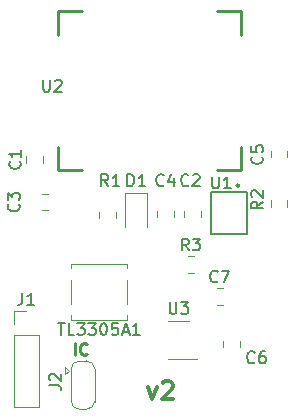
<source format=gbr>
G04 #@! TF.GenerationSoftware,KiCad,Pcbnew,(5.0.2)-1*
G04 #@! TF.CreationDate,2019-06-13T12:32:46-04:00*
G04 #@! TF.ProjectId,BlueNRG-SPBTLE-1S ACM,426c7565-4e52-4472-9d53-5042544c452d,rev?*
G04 #@! TF.SameCoordinates,Original*
G04 #@! TF.FileFunction,Legend,Top*
G04 #@! TF.FilePolarity,Positive*
%FSLAX46Y46*%
G04 Gerber Fmt 4.6, Leading zero omitted, Abs format (unit mm)*
G04 Created by KiCad (PCBNEW (5.0.2)-1) date 6/13/2019 12:32:46 PM*
%MOMM*%
%LPD*%
G01*
G04 APERTURE LIST*
%ADD10C,0.300000*%
%ADD11C,0.250000*%
%ADD12C,0.150000*%
%ADD13C,0.120000*%
G04 APERTURE END LIST*
D10*
X150150571Y-94536571D02*
X150507714Y-95536571D01*
X150864857Y-94536571D01*
X151364857Y-94179428D02*
X151436285Y-94108000D01*
X151579142Y-94036571D01*
X151936285Y-94036571D01*
X152079142Y-94108000D01*
X152150571Y-94179428D01*
X152222000Y-94322285D01*
X152222000Y-94465142D01*
X152150571Y-94679428D01*
X151293428Y-95536571D01*
X152222000Y-95536571D01*
D11*
X143922000Y-91810380D02*
X143922000Y-90810380D01*
X144969619Y-91715142D02*
X144922000Y-91762761D01*
X144779142Y-91810380D01*
X144683904Y-91810380D01*
X144541047Y-91762761D01*
X144445809Y-91667523D01*
X144398190Y-91572285D01*
X144350571Y-91381809D01*
X144350571Y-91238952D01*
X144398190Y-91048476D01*
X144445809Y-90953238D01*
X144541047Y-90858000D01*
X144683904Y-90810380D01*
X144779142Y-90810380D01*
X144922000Y-90858000D01*
X144969619Y-90905619D01*
G04 #@! TO.C,U1*
X157834000Y-77470000D02*
G75*
G03X157834000Y-77470000I-100000J0D01*
G01*
D12*
X158496000Y-81534000D02*
X158496000Y-77978000D01*
X158496000Y-77978000D02*
X155448000Y-77978000D01*
X155448000Y-77978000D02*
X155448000Y-81534000D01*
X155448000Y-81534000D02*
X158496000Y-81534000D01*
D13*
G04 #@! TO.C,C1*
X141232000Y-74996748D02*
X141232000Y-75519252D01*
X139812000Y-74996748D02*
X139812000Y-75519252D01*
G04 #@! TO.C,C2*
X153212000Y-79621748D02*
X153212000Y-80144252D01*
X154632000Y-79621748D02*
X154632000Y-80144252D01*
G04 #@! TO.C,C3*
X141658252Y-78148000D02*
X141135748Y-78148000D01*
X141658252Y-79568000D02*
X141135748Y-79568000D01*
G04 #@! TO.C,C4*
X150912000Y-80144252D02*
X150912000Y-79621748D01*
X152332000Y-80144252D02*
X152332000Y-79621748D01*
G04 #@! TO.C,C5*
X161932000Y-74521748D02*
X161932000Y-75044252D01*
X160512000Y-74521748D02*
X160512000Y-75044252D01*
G04 #@! TO.C,D1*
X150082000Y-80983000D02*
X150082000Y-78123000D01*
X150082000Y-78123000D02*
X148162000Y-78123000D01*
X148162000Y-78123000D02*
X148162000Y-80983000D01*
G04 #@! TO.C,R1*
X147432000Y-79721748D02*
X147432000Y-80244252D01*
X146012000Y-79721748D02*
X146012000Y-80244252D01*
G04 #@! TO.C,R2*
X161932000Y-79244252D02*
X161932000Y-78721748D01*
X160512000Y-79244252D02*
X160512000Y-78721748D01*
D11*
G04 #@! TO.C,U2*
X158010000Y-64684000D02*
X158010000Y-62684000D01*
X158010000Y-62684000D02*
X156010000Y-62684000D01*
X142510000Y-62684000D02*
X142510000Y-64684000D01*
X142510000Y-62684000D02*
X144510000Y-62684000D01*
X142510000Y-74184000D02*
X142510000Y-76184000D01*
X142510000Y-76184000D02*
X144510000Y-76184000D01*
X158010000Y-74184000D02*
X158010000Y-76184000D01*
X156010000Y-76184000D02*
X158010000Y-76184000D01*
D13*
G04 #@! TO.C,C6*
X156512000Y-90596748D02*
X156512000Y-91119252D01*
X157932000Y-90596748D02*
X157932000Y-91119252D01*
G04 #@! TO.C,C7*
X155935748Y-86148000D02*
X156458252Y-86148000D01*
X155935748Y-87568000D02*
X156458252Y-87568000D01*
G04 #@! TO.C,J2*
X143422000Y-93158000D02*
X143122000Y-93458000D01*
X143122000Y-92858000D02*
X143122000Y-93458000D01*
X143422000Y-93158000D02*
X143122000Y-92858000D01*
X144322000Y-92308000D02*
X144922000Y-92308000D01*
X143622000Y-95758000D02*
X143622000Y-92958000D01*
X144922000Y-96408000D02*
X144322000Y-96408000D01*
X145622000Y-92958000D02*
X145622000Y-95758000D01*
X145622000Y-95708000D02*
G75*
G02X144922000Y-96408000I-700000J0D01*
G01*
X144322000Y-96408000D02*
G75*
G02X143622000Y-95708000I0J700000D01*
G01*
X143622000Y-93008000D02*
G75*
G02X144322000Y-92308000I700000J0D01*
G01*
X144922000Y-92308000D02*
G75*
G02X145622000Y-93008000I0J-700000D01*
G01*
G04 #@! TO.C,U3*
X153622000Y-88898000D02*
X151822000Y-88898000D01*
X151822000Y-92118000D02*
X154272000Y-92118000D01*
G04 #@! TO.C,J1*
X138762000Y-90158000D02*
X138762000Y-96218000D01*
X138762000Y-96218000D02*
X140882000Y-96218000D01*
X140882000Y-96218000D02*
X140882000Y-90158000D01*
X140882000Y-90158000D02*
X138762000Y-90158000D01*
X138762000Y-89158000D02*
X138762000Y-88098000D01*
X138762000Y-88098000D02*
X139822000Y-88098000D01*
G04 #@! TO.C,R3*
X153485748Y-83448000D02*
X154008252Y-83448000D01*
X153485748Y-84868000D02*
X154008252Y-84868000D01*
G04 #@! TO.C,TL3305A1*
X148392000Y-88828000D02*
X143652000Y-88828000D01*
X148392000Y-88828000D02*
X148392000Y-88428000D01*
X143652000Y-88828000D02*
X143652000Y-88428000D01*
X148392000Y-84088000D02*
X148392000Y-84488000D01*
X148392000Y-84088000D02*
X143652000Y-84088000D01*
X143652000Y-84088000D02*
X143652000Y-84488000D01*
X143652000Y-85428000D02*
X143652000Y-87488000D01*
X148392000Y-85428000D02*
X148392000Y-87488000D01*
G04 #@! TO.C,U1*
D12*
X155560095Y-76710380D02*
X155560095Y-77519904D01*
X155607714Y-77615142D01*
X155655333Y-77662761D01*
X155750571Y-77710380D01*
X155941047Y-77710380D01*
X156036285Y-77662761D01*
X156083904Y-77615142D01*
X156131523Y-77519904D01*
X156131523Y-76710380D01*
X157131523Y-77710380D02*
X156560095Y-77710380D01*
X156845809Y-77710380D02*
X156845809Y-76710380D01*
X156750571Y-76853238D01*
X156655333Y-76948476D01*
X156560095Y-76996095D01*
G04 #@! TO.C,C1*
X139279142Y-75424666D02*
X139326761Y-75472285D01*
X139374380Y-75615142D01*
X139374380Y-75710380D01*
X139326761Y-75853238D01*
X139231523Y-75948476D01*
X139136285Y-75996095D01*
X138945809Y-76043714D01*
X138802952Y-76043714D01*
X138612476Y-75996095D01*
X138517238Y-75948476D01*
X138422000Y-75853238D01*
X138374380Y-75710380D01*
X138374380Y-75615142D01*
X138422000Y-75472285D01*
X138469619Y-75424666D01*
X139374380Y-74472285D02*
X139374380Y-75043714D01*
X139374380Y-74758000D02*
X138374380Y-74758000D01*
X138517238Y-74853238D01*
X138612476Y-74948476D01*
X138660095Y-75043714D01*
G04 #@! TO.C,C2*
X153555333Y-77415142D02*
X153507714Y-77462761D01*
X153364857Y-77510380D01*
X153269619Y-77510380D01*
X153126761Y-77462761D01*
X153031523Y-77367523D01*
X152983904Y-77272285D01*
X152936285Y-77081809D01*
X152936285Y-76938952D01*
X152983904Y-76748476D01*
X153031523Y-76653238D01*
X153126761Y-76558000D01*
X153269619Y-76510380D01*
X153364857Y-76510380D01*
X153507714Y-76558000D01*
X153555333Y-76605619D01*
X153936285Y-76605619D02*
X153983904Y-76558000D01*
X154079142Y-76510380D01*
X154317238Y-76510380D01*
X154412476Y-76558000D01*
X154460095Y-76605619D01*
X154507714Y-76700857D01*
X154507714Y-76796095D01*
X154460095Y-76938952D01*
X153888666Y-77510380D01*
X154507714Y-77510380D01*
G04 #@! TO.C,C3*
X139179142Y-79024666D02*
X139226761Y-79072285D01*
X139274380Y-79215142D01*
X139274380Y-79310380D01*
X139226761Y-79453238D01*
X139131523Y-79548476D01*
X139036285Y-79596095D01*
X138845809Y-79643714D01*
X138702952Y-79643714D01*
X138512476Y-79596095D01*
X138417238Y-79548476D01*
X138322000Y-79453238D01*
X138274380Y-79310380D01*
X138274380Y-79215142D01*
X138322000Y-79072285D01*
X138369619Y-79024666D01*
X138274380Y-78691333D02*
X138274380Y-78072285D01*
X138655333Y-78405619D01*
X138655333Y-78262761D01*
X138702952Y-78167523D01*
X138750571Y-78119904D01*
X138845809Y-78072285D01*
X139083904Y-78072285D01*
X139179142Y-78119904D01*
X139226761Y-78167523D01*
X139274380Y-78262761D01*
X139274380Y-78548476D01*
X139226761Y-78643714D01*
X139179142Y-78691333D01*
G04 #@! TO.C,C4*
X151455333Y-77415142D02*
X151407714Y-77462761D01*
X151264857Y-77510380D01*
X151169619Y-77510380D01*
X151026761Y-77462761D01*
X150931523Y-77367523D01*
X150883904Y-77272285D01*
X150836285Y-77081809D01*
X150836285Y-76938952D01*
X150883904Y-76748476D01*
X150931523Y-76653238D01*
X151026761Y-76558000D01*
X151169619Y-76510380D01*
X151264857Y-76510380D01*
X151407714Y-76558000D01*
X151455333Y-76605619D01*
X152312476Y-76843714D02*
X152312476Y-77510380D01*
X152074380Y-76462761D02*
X151836285Y-77177047D01*
X152455333Y-77177047D01*
G04 #@! TO.C,C5*
X159779142Y-75024666D02*
X159826761Y-75072285D01*
X159874380Y-75215142D01*
X159874380Y-75310380D01*
X159826761Y-75453238D01*
X159731523Y-75548476D01*
X159636285Y-75596095D01*
X159445809Y-75643714D01*
X159302952Y-75643714D01*
X159112476Y-75596095D01*
X159017238Y-75548476D01*
X158922000Y-75453238D01*
X158874380Y-75310380D01*
X158874380Y-75215142D01*
X158922000Y-75072285D01*
X158969619Y-75024666D01*
X158874380Y-74119904D02*
X158874380Y-74596095D01*
X159350571Y-74643714D01*
X159302952Y-74596095D01*
X159255333Y-74500857D01*
X159255333Y-74262761D01*
X159302952Y-74167523D01*
X159350571Y-74119904D01*
X159445809Y-74072285D01*
X159683904Y-74072285D01*
X159779142Y-74119904D01*
X159826761Y-74167523D01*
X159874380Y-74262761D01*
X159874380Y-74500857D01*
X159826761Y-74596095D01*
X159779142Y-74643714D01*
G04 #@! TO.C,D1*
X148383904Y-77510380D02*
X148383904Y-76510380D01*
X148622000Y-76510380D01*
X148764857Y-76558000D01*
X148860095Y-76653238D01*
X148907714Y-76748476D01*
X148955333Y-76938952D01*
X148955333Y-77081809D01*
X148907714Y-77272285D01*
X148860095Y-77367523D01*
X148764857Y-77462761D01*
X148622000Y-77510380D01*
X148383904Y-77510380D01*
X149907714Y-77510380D02*
X149336285Y-77510380D01*
X149622000Y-77510380D02*
X149622000Y-76510380D01*
X149526761Y-76653238D01*
X149431523Y-76748476D01*
X149336285Y-76796095D01*
G04 #@! TO.C,R1*
X146755333Y-77510380D02*
X146422000Y-77034190D01*
X146183904Y-77510380D02*
X146183904Y-76510380D01*
X146564857Y-76510380D01*
X146660095Y-76558000D01*
X146707714Y-76605619D01*
X146755333Y-76700857D01*
X146755333Y-76843714D01*
X146707714Y-76938952D01*
X146660095Y-76986571D01*
X146564857Y-77034190D01*
X146183904Y-77034190D01*
X147707714Y-77510380D02*
X147136285Y-77510380D01*
X147422000Y-77510380D02*
X147422000Y-76510380D01*
X147326761Y-76653238D01*
X147231523Y-76748476D01*
X147136285Y-76796095D01*
G04 #@! TO.C,R2*
X159874380Y-78824666D02*
X159398190Y-79158000D01*
X159874380Y-79396095D02*
X158874380Y-79396095D01*
X158874380Y-79015142D01*
X158922000Y-78919904D01*
X158969619Y-78872285D01*
X159064857Y-78824666D01*
X159207714Y-78824666D01*
X159302952Y-78872285D01*
X159350571Y-78919904D01*
X159398190Y-79015142D01*
X159398190Y-79396095D01*
X158969619Y-78443714D02*
X158922000Y-78396095D01*
X158874380Y-78300857D01*
X158874380Y-78062761D01*
X158922000Y-77967523D01*
X158969619Y-77919904D01*
X159064857Y-77872285D01*
X159160095Y-77872285D01*
X159302952Y-77919904D01*
X159874380Y-78491333D01*
X159874380Y-77872285D01*
G04 #@! TO.C,U2*
X141260095Y-68510380D02*
X141260095Y-69319904D01*
X141307714Y-69415142D01*
X141355333Y-69462761D01*
X141450571Y-69510380D01*
X141641047Y-69510380D01*
X141736285Y-69462761D01*
X141783904Y-69415142D01*
X141831523Y-69319904D01*
X141831523Y-68510380D01*
X142260095Y-68605619D02*
X142307714Y-68558000D01*
X142402952Y-68510380D01*
X142641047Y-68510380D01*
X142736285Y-68558000D01*
X142783904Y-68605619D01*
X142831523Y-68700857D01*
X142831523Y-68796095D01*
X142783904Y-68938952D01*
X142212476Y-69510380D01*
X142831523Y-69510380D01*
G04 #@! TO.C,C6*
X159155333Y-92415142D02*
X159107714Y-92462761D01*
X158964857Y-92510380D01*
X158869619Y-92510380D01*
X158726761Y-92462761D01*
X158631523Y-92367523D01*
X158583904Y-92272285D01*
X158536285Y-92081809D01*
X158536285Y-91938952D01*
X158583904Y-91748476D01*
X158631523Y-91653238D01*
X158726761Y-91558000D01*
X158869619Y-91510380D01*
X158964857Y-91510380D01*
X159107714Y-91558000D01*
X159155333Y-91605619D01*
X160012476Y-91510380D02*
X159822000Y-91510380D01*
X159726761Y-91558000D01*
X159679142Y-91605619D01*
X159583904Y-91748476D01*
X159536285Y-91938952D01*
X159536285Y-92319904D01*
X159583904Y-92415142D01*
X159631523Y-92462761D01*
X159726761Y-92510380D01*
X159917238Y-92510380D01*
X160012476Y-92462761D01*
X160060095Y-92415142D01*
X160107714Y-92319904D01*
X160107714Y-92081809D01*
X160060095Y-91986571D01*
X160012476Y-91938952D01*
X159917238Y-91891333D01*
X159726761Y-91891333D01*
X159631523Y-91938952D01*
X159583904Y-91986571D01*
X159536285Y-92081809D01*
G04 #@! TO.C,C7*
X156030333Y-85565142D02*
X155982714Y-85612761D01*
X155839857Y-85660380D01*
X155744619Y-85660380D01*
X155601761Y-85612761D01*
X155506523Y-85517523D01*
X155458904Y-85422285D01*
X155411285Y-85231809D01*
X155411285Y-85088952D01*
X155458904Y-84898476D01*
X155506523Y-84803238D01*
X155601761Y-84708000D01*
X155744619Y-84660380D01*
X155839857Y-84660380D01*
X155982714Y-84708000D01*
X156030333Y-84755619D01*
X156363666Y-84660380D02*
X157030333Y-84660380D01*
X156601761Y-85660380D01*
G04 #@! TO.C,J2*
X141774380Y-94391333D02*
X142488666Y-94391333D01*
X142631523Y-94438952D01*
X142726761Y-94534190D01*
X142774380Y-94677047D01*
X142774380Y-94772285D01*
X141869619Y-93962761D02*
X141822000Y-93915142D01*
X141774380Y-93819904D01*
X141774380Y-93581809D01*
X141822000Y-93486571D01*
X141869619Y-93438952D01*
X141964857Y-93391333D01*
X142060095Y-93391333D01*
X142202952Y-93438952D01*
X142774380Y-94010380D01*
X142774380Y-93391333D01*
G04 #@! TO.C,U3*
X151960095Y-87310380D02*
X151960095Y-88119904D01*
X152007714Y-88215142D01*
X152055333Y-88262761D01*
X152150571Y-88310380D01*
X152341047Y-88310380D01*
X152436285Y-88262761D01*
X152483904Y-88215142D01*
X152531523Y-88119904D01*
X152531523Y-87310380D01*
X152912476Y-87310380D02*
X153531523Y-87310380D01*
X153198190Y-87691333D01*
X153341047Y-87691333D01*
X153436285Y-87738952D01*
X153483904Y-87786571D01*
X153531523Y-87881809D01*
X153531523Y-88119904D01*
X153483904Y-88215142D01*
X153436285Y-88262761D01*
X153341047Y-88310380D01*
X153055333Y-88310380D01*
X152960095Y-88262761D01*
X152912476Y-88215142D01*
G04 #@! TO.C,J1*
X139488666Y-86550380D02*
X139488666Y-87264666D01*
X139441047Y-87407523D01*
X139345809Y-87502761D01*
X139202952Y-87550380D01*
X139107714Y-87550380D01*
X140488666Y-87550380D02*
X139917238Y-87550380D01*
X140202952Y-87550380D02*
X140202952Y-86550380D01*
X140107714Y-86693238D01*
X140012476Y-86788476D01*
X139917238Y-86836095D01*
G04 #@! TO.C,R3*
X153580333Y-82960380D02*
X153247000Y-82484190D01*
X153008904Y-82960380D02*
X153008904Y-81960380D01*
X153389857Y-81960380D01*
X153485095Y-82008000D01*
X153532714Y-82055619D01*
X153580333Y-82150857D01*
X153580333Y-82293714D01*
X153532714Y-82388952D01*
X153485095Y-82436571D01*
X153389857Y-82484190D01*
X153008904Y-82484190D01*
X153913666Y-81960380D02*
X154532714Y-81960380D01*
X154199380Y-82341333D01*
X154342238Y-82341333D01*
X154437476Y-82388952D01*
X154485095Y-82436571D01*
X154532714Y-82531809D01*
X154532714Y-82769904D01*
X154485095Y-82865142D01*
X154437476Y-82912761D01*
X154342238Y-82960380D01*
X154056523Y-82960380D01*
X153961285Y-82912761D01*
X153913666Y-82865142D01*
G04 #@! TO.C,TL3305A1*
X142522000Y-89110380D02*
X143093428Y-89110380D01*
X142807714Y-90110380D02*
X142807714Y-89110380D01*
X143902952Y-90110380D02*
X143426761Y-90110380D01*
X143426761Y-89110380D01*
X144141047Y-89110380D02*
X144760095Y-89110380D01*
X144426761Y-89491333D01*
X144569619Y-89491333D01*
X144664857Y-89538952D01*
X144712476Y-89586571D01*
X144760095Y-89681809D01*
X144760095Y-89919904D01*
X144712476Y-90015142D01*
X144664857Y-90062761D01*
X144569619Y-90110380D01*
X144283904Y-90110380D01*
X144188666Y-90062761D01*
X144141047Y-90015142D01*
X145093428Y-89110380D02*
X145712476Y-89110380D01*
X145379142Y-89491333D01*
X145522000Y-89491333D01*
X145617238Y-89538952D01*
X145664857Y-89586571D01*
X145712476Y-89681809D01*
X145712476Y-89919904D01*
X145664857Y-90015142D01*
X145617238Y-90062761D01*
X145522000Y-90110380D01*
X145236285Y-90110380D01*
X145141047Y-90062761D01*
X145093428Y-90015142D01*
X146331523Y-89110380D02*
X146426761Y-89110380D01*
X146522000Y-89158000D01*
X146569619Y-89205619D01*
X146617238Y-89300857D01*
X146664857Y-89491333D01*
X146664857Y-89729428D01*
X146617238Y-89919904D01*
X146569619Y-90015142D01*
X146522000Y-90062761D01*
X146426761Y-90110380D01*
X146331523Y-90110380D01*
X146236285Y-90062761D01*
X146188666Y-90015142D01*
X146141047Y-89919904D01*
X146093428Y-89729428D01*
X146093428Y-89491333D01*
X146141047Y-89300857D01*
X146188666Y-89205619D01*
X146236285Y-89158000D01*
X146331523Y-89110380D01*
X147569619Y-89110380D02*
X147093428Y-89110380D01*
X147045809Y-89586571D01*
X147093428Y-89538952D01*
X147188666Y-89491333D01*
X147426761Y-89491333D01*
X147522000Y-89538952D01*
X147569619Y-89586571D01*
X147617238Y-89681809D01*
X147617238Y-89919904D01*
X147569619Y-90015142D01*
X147522000Y-90062761D01*
X147426761Y-90110380D01*
X147188666Y-90110380D01*
X147093428Y-90062761D01*
X147045809Y-90015142D01*
X147998190Y-89824666D02*
X148474380Y-89824666D01*
X147902952Y-90110380D02*
X148236285Y-89110380D01*
X148569619Y-90110380D01*
X149426761Y-90110380D02*
X148855333Y-90110380D01*
X149141047Y-90110380D02*
X149141047Y-89110380D01*
X149045809Y-89253238D01*
X148950571Y-89348476D01*
X148855333Y-89396095D01*
G04 #@! TD*
M02*

</source>
